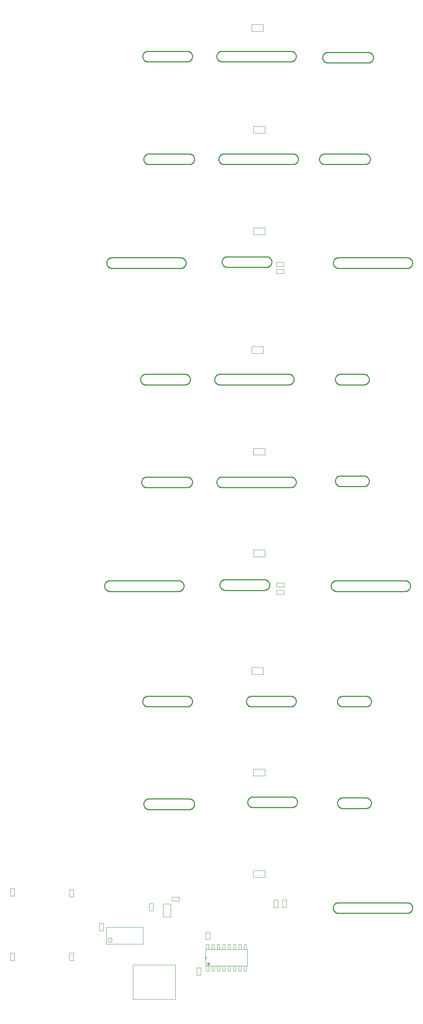
<source format=gbr>
%FSTAX23Y23*%
%MOIN*%
%SFA1B1*%

%IPPOS*%
%ADD48C,0.003000*%
%ADD57C,0.010000*%
%ADD58C,0.000000*%
%ADD59C,0.003937*%
%ADD60C,0.001000*%
%LNmain_mechanical_13-1*%
%LPD*%
G54D48*
X03054Y00604D02*
X03087Y00638D01*
Y00604D02*
X03054Y00638D01*
X03071Y00604D02*
Y00638D01*
X03087Y00621D02*
X03054D01*
G54D57*
X03899Y02124D02*
D01*
X03899Y02128*
X03899Y02131*
X03898Y02135*
X03897Y02138*
X03896Y02141*
X03895Y02144*
X03893Y02147*
X03892Y0215*
X0389Y02153*
X03887Y02156*
X03885Y02159*
X03883Y02161*
X0388Y02163*
X03877Y02165*
X03874Y02167*
X03871Y02169*
X03868Y0217*
X03865Y02171*
X03862Y02172*
X03858Y02173*
X03855Y02173*
X03851Y02174*
X0385Y02174*
Y02075D02*
D01*
X03853Y02075*
X03857Y02076*
X0386Y02076*
X03863Y02077*
X03867Y02078*
X0387Y02079*
X03873Y02081*
X03876Y02083*
X03879Y02085*
X03881Y02087*
X03884Y02089*
X03886Y02091*
X03889Y02094*
X03891Y02097*
X03892Y021*
X03894Y02103*
X03895Y02106*
X03897Y02109*
X03898Y02112*
X03898Y02116*
X03899Y02119*
X03899Y02123*
X03899Y02124*
X03486Y02174D02*
D01*
X03482Y02173*
X03479Y02173*
X03475Y02172*
X03472Y02172*
X03469Y02171*
X03466Y02169*
X03462Y02168*
X0346Y02166*
X03457Y02164*
X03454Y02162*
X03451Y0216*
X03449Y02157*
X03447Y02155*
X03445Y02152*
X03443Y02149*
X03441Y02146*
X0344Y02143*
X03439Y0214*
X03438Y02136*
X03437Y02133*
X03437Y02129*
X03436Y02126*
X03436Y02124*
D01*
X03437Y02121*
X03437Y02117*
X03437Y02114*
X03438Y02111*
X03439Y02108*
X03441Y02104*
X03442Y02101*
X03444Y02098*
X03446Y02095*
X03448Y02093*
X0345Y0209*
X03453Y02088*
X03455Y02086*
X03458Y02084*
X03461Y02082*
X03464Y0208*
X03467Y02079*
X0347Y02078*
X03474Y02077*
X03477Y02076*
X0348Y02075*
X03484Y02075*
X03486Y02075*
X04271Y03061D02*
D01*
X04271Y03057*
X04272Y03054*
X04272Y0305*
X04273Y03047*
X04274Y03044*
X04275Y03041*
X04277Y03037*
X04279Y03034*
X04281Y03032*
X04283Y03029*
X04285Y03026*
X04287Y03024*
X0429Y03022*
X04293Y0302*
X04296Y03018*
X04299Y03016*
X04302Y03015*
X04305Y03014*
X04308Y03013*
X04312Y03012*
X04315Y03012*
X04319Y03011*
X0432Y03011*
Y0311D02*
D01*
X04317Y0311*
X04314Y03109*
X0431Y03109*
X04307Y03108*
X04304Y03107*
X043Y03105*
X04297Y03104*
X04294Y03102*
X04291Y031*
X04289Y03098*
X04286Y03096*
X04284Y03093*
X04282Y03091*
X0428Y03088*
X04278Y03085*
X04276Y03082*
X04275Y03079*
X04274Y03076*
X04273Y03072*
X04272Y03069*
X04271Y03066*
X04271Y03062*
X04271Y03061*
X04537Y03011D02*
D01*
X0454Y03011*
X04544Y03012*
X04547Y03012*
X0455Y03013*
X04554Y03014*
X04557Y03016*
X0456Y03017*
X04563Y03019*
X04566Y03021*
X04569Y03023*
X04571Y03025*
X04573Y03028*
X04576Y0303*
X04578Y03033*
X0458Y03036*
X04581Y03039*
X04583Y03042*
X04584Y03045*
X04585Y03049*
X04585Y03052*
X04586Y03055*
X04586Y03059*
X04586Y03061*
D01*
X04586Y03064*
X04586Y03067*
X04585Y03071*
X04584Y03074*
X04583Y03077*
X04582Y03081*
X0458Y03084*
X04579Y03087*
X04577Y03089*
X04575Y03092*
X04572Y03095*
X0457Y03097*
X04567Y03099*
X04564Y03101*
X04562Y03103*
X04558Y03105*
X04555Y03106*
X04552Y03107*
X04549Y03108*
X04545Y03109*
X04542Y03109*
X04539Y0311*
X04537Y0311*
X0497Y01141D02*
D01*
X0497Y01145*
X04969Y01148*
X04969Y01151*
X04968Y01155*
X04967Y01158*
X04966Y01161*
X04964Y01164*
X04962Y01167*
X04961Y0117*
X04958Y01173*
X04956Y01175*
X04954Y01178*
X04951Y0118*
X04948Y01182*
X04945Y01184*
X04942Y01185*
X04939Y01187*
X04936Y01188*
X04933Y01189*
X04929Y0119*
X04926Y0119*
X04922Y0119*
X04921Y0119*
Y01092D02*
D01*
X04924Y01092*
X04928Y01092*
X04931Y01093*
X04934Y01094*
X04938Y01095*
X04941Y01096*
X04944Y01098*
X04947Y01099*
X0495Y01101*
X04952Y01104*
X04955Y01106*
X04957Y01108*
X0496Y01111*
X04962Y01114*
X04963Y01117*
X04965Y0112*
X04966Y01123*
X04968Y01126*
X04969Y01129*
X04969Y01133*
X0497Y01136*
X0497Y0114*
X0497Y01141*
X04281Y0119D02*
D01*
X04278Y0119*
X04274Y0119*
X04271Y01189*
X04267Y01189*
X04264Y01187*
X04261Y01186*
X04258Y01185*
X04255Y01183*
X04252Y01181*
X04249Y01179*
X04247Y01177*
X04244Y01174*
X04242Y01172*
X0424Y01169*
X04238Y01166*
X04237Y01163*
X04235Y0116*
X04234Y01156*
X04233Y01153*
X04233Y0115*
X04232Y01146*
X04232Y01143*
X04232Y01141*
D01*
X04232Y01138*
X04232Y01134*
X04233Y01131*
X04234Y01128*
X04235Y01124*
X04236Y01121*
X04238Y01118*
X04239Y01115*
X04241Y01112*
X04243Y0111*
X04246Y01107*
X04248Y01105*
X04251Y01102*
X04253Y011*
X04256Y01099*
X04259Y01097*
X04263Y01096*
X04266Y01094*
X04269Y01093*
X04272Y01093*
X04276Y01092*
X04279Y01092*
X04281Y01092*
X02942Y02106D02*
D01*
X02942Y02109*
X02942Y02113*
X02941Y02116*
X02941Y02119*
X02939Y02123*
X02938Y02126*
X02937Y02129*
X02935Y02132*
X02933Y02135*
X02931Y02137*
X02929Y0214*
X02926Y02142*
X02923Y02145*
X02921Y02147*
X02918Y02148*
X02915Y0215*
X02912Y02151*
X02908Y02153*
X02905Y02154*
X02902Y02154*
X02898Y02155*
X02895Y02155*
X02893Y02155*
Y02057D02*
D01*
X02897Y02057*
X029Y02057*
X02903Y02058*
X02907Y02058*
X0291Y0206*
X02913Y02061*
X02916Y02062*
X02919Y02064*
X02922Y02066*
X02925Y02068*
X02927Y0207*
X0293Y02073*
X02932Y02076*
X02934Y02078*
X02936Y02081*
X02937Y02084*
X02939Y02087*
X0294Y02091*
X02941Y02094*
X02942Y02097*
X02942Y02101*
X02942Y02104*
X02942Y02106*
X02519Y02155D02*
D01*
X02516Y02155*
X02512Y02155*
X02509Y02154*
X02506Y02153*
X02502Y02152*
X02499Y02151*
X02496Y02149*
X02493Y02148*
X0249Y02146*
X02488Y02143*
X02485Y02141*
X02483Y02139*
X0248Y02136*
X02478Y02133*
X02477Y0213*
X02475Y02127*
X02474Y02124*
X02472Y02121*
X02471Y02118*
X02471Y02114*
X0247Y02111*
X0247Y02108*
X0247Y02106*
D01*
X0247Y02102*
X0247Y02099*
X02471Y02096*
X02472Y02092*
X02473Y02089*
X02474Y02086*
X02476Y02083*
X02477Y0208*
X02479Y02077*
X02481Y02074*
X02484Y02072*
X02486Y02069*
X02489Y02067*
X02492Y02065*
X02495Y02063*
X02498Y02062*
X02501Y0206*
X02504Y02059*
X02507Y02058*
X02511Y02057*
X02514Y02057*
X02517Y02057*
X02519Y02057*
X02874Y03011D02*
D01*
X02877Y03011*
X0288Y03012*
X02884Y03012*
X02887Y03013*
X0289Y03014*
X02894Y03016*
X02897Y03017*
X029Y03019*
X02902Y03021*
X02905Y03023*
X02908Y03025*
X0291Y03028*
X02912Y0303*
X02914Y03033*
X02916Y03036*
X02918Y03039*
X02919Y03042*
X0292Y03045*
X02921Y03049*
X02922Y03052*
X02922Y03055*
X02923Y03059*
X02923Y03061*
D01*
X02923Y03064*
X02922Y03067*
X02922Y03071*
X02921Y03074*
X0292Y03077*
X02918Y03081*
X02917Y03084*
X02915Y03087*
X02913Y03089*
X02911Y03092*
X02909Y03095*
X02906Y03097*
X02904Y03099*
X02901Y03101*
X02898Y03103*
X02895Y03105*
X02892Y03106*
X02889Y03107*
X02885Y03108*
X02882Y03109*
X02879Y03109*
X02875Y0311*
X02874Y0311*
X02509D02*
D01*
X02506Y0311*
X02502Y03109*
X02499Y03109*
X02496Y03108*
X02493Y03107*
X02489Y03105*
X02486Y03104*
X02483Y03102*
X0248Y031*
X02478Y03098*
X02475Y03096*
X02473Y03093*
X02471Y03091*
X02469Y03088*
X02467Y03085*
X02465Y03082*
X02464Y03079*
X02463Y03076*
X02462Y03072*
X02461Y03069*
X0246Y03066*
X0246Y03062*
X0246Y03061*
D01*
X0246Y03057*
X02461Y03054*
X02461Y0305*
X02462Y03047*
X02463Y03044*
X02464Y03041*
X02466Y03037*
X02468Y03034*
X0247Y03032*
X02472Y03029*
X02474Y03026*
X02476Y03024*
X02479Y03022*
X02482Y0302*
X02485Y03018*
X02488Y03016*
X02491Y03015*
X02494Y03014*
X02497Y03013*
X02501Y03012*
X02504Y03012*
X02508Y03011*
X02509Y03011*
X03425Y03061D02*
D01*
X03425Y03057*
X03425Y03054*
X03426Y0305*
X03427Y03047*
X03428Y03044*
X03429Y03041*
X0343Y03037*
X03432Y03034*
X03434Y03032*
X03436Y03029*
X03439Y03026*
X03441Y03024*
X03444Y03022*
X03446Y0302*
X03449Y03018*
X03452Y03016*
X03455Y03015*
X03459Y03014*
X03462Y03013*
X03465Y03012*
X03469Y03012*
X03472Y03011*
X03474Y03011*
Y0311D02*
D01*
X0347Y0311*
X03467Y03109*
X03464Y03109*
X0346Y03108*
X03457Y03107*
X03454Y03105*
X03451Y03104*
X03448Y03102*
X03445Y031*
X03442Y03098*
X0344Y03096*
X03437Y03093*
X03435Y03091*
X03433Y03088*
X03431Y03085*
X0343Y03082*
X03428Y03079*
X03427Y03076*
X03426Y03072*
X03425Y03069*
X03425Y03066*
X03425Y03062*
X03425Y03061*
X03838Y03011D02*
D01*
X03842Y03011*
X03845Y03012*
X03848Y03012*
X03852Y03013*
X03855Y03014*
X03858Y03016*
X03861Y03017*
X03864Y03019*
X03867Y03021*
X0387Y03023*
X03872Y03025*
X03875Y03028*
X03877Y0303*
X03879Y03033*
X03881Y03036*
X03882Y03039*
X03884Y03042*
X03885Y03045*
X03886Y03049*
X03887Y03052*
X03887Y03055*
X03887Y03059*
X03887Y03061*
D01*
X03887Y03064*
X03887Y03067*
X03886Y03071*
X03885Y03074*
X03884Y03077*
X03883Y03081*
X03882Y03084*
X0388Y03087*
X03878Y03089*
X03876Y03092*
X03873Y03095*
X03871Y03097*
X03868Y03099*
X03866Y03101*
X03863Y03103*
X0386Y03105*
X03857Y03106*
X03853Y03107*
X0385Y03108*
X03847Y03109*
X03843Y03109*
X0384Y0311*
X03838Y0311*
X04586Y02116D02*
D01*
X04586Y02119*
X04586Y02122*
X04585Y02126*
X04584Y02129*
X04583Y02132*
X04582Y02136*
X0458Y02139*
X04579Y02142*
X04577Y02145*
X04575Y02147*
X04572Y0215*
X0457Y02152*
X04567Y02154*
X04564Y02156*
X04562Y02158*
X04558Y0216*
X04555Y02161*
X04552Y02162*
X04549Y02163*
X04545Y02164*
X04542Y02165*
X04539Y02165*
X04537Y02165*
Y02066D02*
D01*
X0454Y02067*
X04544Y02067*
X04547Y02068*
X0455Y02068*
X04554Y02069*
X04557Y02071*
X0456Y02072*
X04563Y02074*
X04566Y02076*
X04569Y02078*
X04571Y0208*
X04573Y02083*
X04576Y02085*
X04578Y02088*
X0458Y02091*
X04581Y02094*
X04583Y02097*
X04584Y021*
X04585Y02104*
X04585Y02107*
X04586Y0211*
X04586Y02114*
X04586Y02116*
X0432Y02165D02*
D01*
X04317Y02165*
X04314Y02164*
X0431Y02164*
X04307Y02163*
X04304Y02162*
X043Y02161*
X04297Y02159*
X04294Y02157*
X04291Y02155*
X04289Y02153*
X04286Y02151*
X04284Y02149*
X04282Y02146*
X0428Y02143*
X04278Y0214*
X04276Y02137*
X04275Y02134*
X04274Y02131*
X04273Y02128*
X04272Y02124*
X04271Y02121*
X04271Y02117*
X04271Y02116*
D01*
X04271Y02112*
X04272Y02109*
X04272Y02105*
X04273Y02102*
X04274Y02099*
X04275Y02096*
X04277Y02093*
X04279Y0209*
X04281Y02087*
X04283Y02084*
X04285Y02081*
X04287Y02079*
X0429Y02077*
X04293Y02075*
X04296Y02073*
X04299Y02071*
X04302Y0207*
X04305Y02069*
X04308Y02068*
X04312Y02067*
X04315Y02067*
X04319Y02066*
X0432Y02066*
X03228Y04192D02*
D01*
X03224Y04192*
X03221Y04192*
X03218Y04191*
X03214Y04191*
X03211Y04189*
X03208Y04188*
X03205Y04187*
X03202Y04185*
X03199Y04183*
X03196Y04181*
X03194Y04179*
X03191Y04176*
X03189Y04173*
X03187Y04171*
X03185Y04168*
X03184Y04165*
X03182Y04162*
X03181Y04158*
X0318Y04155*
X03179Y04152*
X03179Y04148*
X03179Y04145*
X03179Y04143*
D01*
X03179Y0414*
X03179Y04136*
X0318Y04133*
X03181Y0413*
X03182Y04126*
X03183Y04123*
X03184Y0412*
X03186Y04117*
X03188Y04114*
X0319Y04112*
X03192Y04109*
X03195Y04107*
X03198Y04104*
X032Y04102*
X03203Y04101*
X03206Y04099*
X03209Y04098*
X03213Y04096*
X03216Y04095*
X03219Y04095*
X03223Y04094*
X03226Y04094*
X03228Y04094*
X04251Y05108D02*
D01*
X04252Y05104*
X04252Y05101*
X04253Y05098*
X04253Y05094*
X04254Y05091*
X04256Y05088*
X04257Y05085*
X04259Y05082*
X04261Y05079*
X04263Y05076*
X04265Y05074*
X04268Y05071*
X0427Y05069*
X04273Y05067*
X04276Y05065*
X04279Y05064*
X04282Y05062*
X04285Y05061*
X04289Y0506*
X04292Y05059*
X04296Y05059*
X04299Y05059*
X04301Y05059*
Y05157D02*
D01*
X04297Y05157*
X04294Y05157*
X0429Y05156*
X04287Y05155*
X04284Y05154*
X04281Y05153*
X04278Y05151*
X04275Y0515*
X04272Y05148*
X04269Y05145*
X04266Y05143*
X04264Y05141*
X04262Y05138*
X0426Y05135*
X04258Y05132*
X04256Y05129*
X04255Y05126*
X04254Y05123*
X04253Y0512*
X04252Y05116*
X04252Y05113*
X04251Y05109*
X04251Y05108*
X04517Y05059D02*
D01*
X04521Y05059*
X04524Y05059*
X04527Y0506*
X04531Y0506*
X04534Y05062*
X04537Y05063*
X0454Y05064*
X04543Y05066*
X04546Y05068*
X04549Y0507*
X04551Y05072*
X04554Y05075*
X04556Y05077*
X04558Y0508*
X0456Y05083*
X04561Y05086*
X04563Y05089*
X04564Y05093*
X04565Y05096*
X04566Y05099*
X04566Y05103*
X04566Y05106*
X04566Y05108*
D01*
X04566Y05111*
X04566Y05115*
X04565Y05118*
X04565Y05121*
X04563Y05125*
X04562Y05128*
X04561Y05131*
X04559Y05134*
X04557Y05137*
X04555Y05139*
X04553Y05142*
X0455Y05144*
X04548Y05147*
X04545Y05149*
X04542Y0515*
X04539Y05152*
X04536Y05153*
X04532Y05155*
X04529Y05156*
X04526Y05156*
X04522Y05157*
X04519Y05157*
X04517Y05157*
X03868Y06053D02*
D01*
X03867Y06056*
X03867Y06059*
X03867Y06063*
X03866Y06066*
X03865Y06069*
X03863Y06073*
X03862Y06076*
X0386Y06079*
X03858Y06082*
X03856Y06084*
X03854Y06087*
X03851Y06089*
X03849Y06091*
X03846Y06093*
X03843Y06095*
X0384Y06097*
X03837Y06098*
X03834Y06099*
X0383Y061*
X03827Y06101*
X03824Y06102*
X0382Y06102*
X03818Y06102*
Y06003D02*
D01*
X03822Y06004*
X03825Y06004*
X03829Y06005*
X03832Y06005*
X03835Y06006*
X03838Y06008*
X03842Y06009*
X03844Y06011*
X03847Y06013*
X0385Y06015*
X03853Y06017*
X03855Y0602*
X03857Y06022*
X03859Y06025*
X03861Y06028*
X03863Y06031*
X03864Y06034*
X03865Y06037*
X03866Y06041*
X03867Y06044*
X03867Y06048*
X03868Y06051*
X03868Y06053*
X03179Y06102D02*
D01*
X03175Y06102*
X03172Y06101*
X03168Y06101*
X03165Y061*
X03162Y06099*
X03159Y06098*
X03156Y06096*
X03153Y06094*
X0315Y06092*
X03147Y0609*
X03144Y06088*
X03142Y06086*
X0314Y06083*
X03138Y0608*
X03136Y06077*
X03134Y06074*
X03133Y06071*
X03132Y06068*
X03131Y06065*
X0313Y06061*
X0313Y06058*
X03129Y06054*
X03129Y06053*
D01*
X0313Y06049*
X0313Y06046*
X0313Y06042*
X03131Y06039*
X03132Y06036*
X03134Y06033*
X03135Y0603*
X03137Y06027*
X03139Y06024*
X03141Y06021*
X03143Y06018*
X03146Y06016*
X03148Y06014*
X03151Y06012*
X03154Y0601*
X03157Y06008*
X0316Y06007*
X03163Y06006*
X03167Y06005*
X0317Y06004*
X03173Y06004*
X03177Y06003*
X03179Y06003*
X0244Y06053D02*
D01*
X02441Y06049*
X02441Y06046*
X02442Y06042*
X02442Y06039*
X02443Y06036*
X02445Y06033*
X02446Y0603*
X02448Y06027*
X0245Y06024*
X02452Y06021*
X02454Y06018*
X02457Y06016*
X02459Y06014*
X02462Y06012*
X02465Y0601*
X02468Y06008*
X02471Y06007*
X02474Y06006*
X02478Y06005*
X02481Y06004*
X02485Y06004*
X02488Y06003*
X0249Y06003*
Y06102D02*
D01*
X02486Y06102*
X02483Y06101*
X02479Y06101*
X02476Y061*
X02473Y06099*
X0247Y06098*
X02467Y06096*
X02464Y06094*
X02461Y06092*
X02458Y0609*
X02455Y06088*
X02453Y06086*
X02451Y06083*
X02449Y0608*
X02447Y06077*
X02445Y06074*
X02444Y06071*
X02443Y06068*
X02442Y06065*
X02441Y06061*
X02441Y06058*
X0244Y06054*
X0244Y06053*
X02903D02*
D01*
X02903Y06056*
X02903Y06059*
X02902Y06063*
X02901Y06066*
X029Y06069*
X02899Y06073*
X02897Y06076*
X02896Y06079*
X02894Y06082*
X02892Y06084*
X02889Y06087*
X02887Y06089*
X02884Y06091*
X02881Y06093*
X02878Y06095*
X02875Y06097*
X02872Y06098*
X02869Y06099*
X02866Y061*
X02862Y06101*
X02859Y06102*
X02856Y06102*
X02854Y06102*
Y06003D02*
D01*
X02857Y06004*
X02861Y06004*
X02864Y06005*
X02867Y06005*
X02871Y06006*
X02874Y06008*
X02877Y06009*
X0288Y06011*
X02883Y06013*
X02885Y06015*
X02888Y06017*
X0289Y0602*
X02893Y06022*
X02895Y06025*
X02896Y06028*
X02898Y06031*
X02899Y06034*
X02901Y06037*
X02902Y06041*
X02902Y06044*
X02903Y06048*
X02903Y06051*
X02903Y06053*
X03149Y05098D02*
D01*
X03149Y05094*
X0315Y05091*
X0315Y05088*
X03151Y05084*
X03152Y05081*
X03153Y05078*
X03155Y05075*
X03157Y05072*
X03159Y05069*
X03161Y05066*
X03163Y05064*
X03165Y05061*
X03168Y05059*
X03171Y05057*
X03174Y05055*
X03177Y05054*
X0318Y05052*
X03183Y05051*
X03186Y0505*
X0319Y05049*
X03193Y05049*
X03197Y05049*
X03198Y05049*
Y05147D02*
D01*
X03195Y05147*
X03191Y05147*
X03188Y05146*
X03185Y05145*
X03181Y05144*
X03178Y05143*
X03175Y05141*
X03172Y0514*
X03169Y05138*
X03167Y05136*
X03164Y05133*
X03162Y05131*
X0316Y05128*
X03158Y05125*
X03156Y05123*
X03154Y05119*
X03153Y05116*
X03152Y05113*
X03151Y0511*
X0315Y05106*
X03149Y05103*
X03149Y051*
X03149Y05098*
X03838Y05049D02*
D01*
X03842Y05049*
X03845Y05049*
X03848Y0505*
X03852Y05051*
X03855Y05052*
X03858Y05053*
X03861Y05054*
X03864Y05056*
X03867Y05058*
X0387Y0506*
X03872Y05063*
X03875Y05065*
X03877Y05068*
X03879Y0507*
X03881Y05073*
X03882Y05076*
X03884Y05079*
X03885Y05083*
X03886Y05086*
X03887Y05089*
X03887Y05093*
X03887Y05096*
X03887Y05098*
D01*
X03887Y05101*
X03887Y05105*
X03886Y05108*
X03885Y05111*
X03884Y05115*
X03883Y05118*
X03882Y05121*
X0388Y05124*
X03878Y05127*
X03876Y0513*
X03873Y05132*
X03871Y05134*
X03868Y05137*
X03866Y05139*
X03863Y05141*
X0386Y05142*
X03857Y05144*
X03853Y05145*
X0385Y05146*
X03847Y05146*
X03843Y05147*
X0384Y05147*
X03838Y05147*
X0245Y05098D02*
D01*
X0245Y05094*
X02451Y05091*
X02451Y05088*
X02452Y05084*
X02453Y05081*
X02455Y05078*
X02456Y05075*
X02458Y05072*
X0246Y05069*
X02462Y05066*
X02464Y05064*
X02467Y05061*
X02469Y05059*
X02472Y05057*
X02475Y05055*
X02478Y05054*
X02481Y05052*
X02484Y05051*
X02488Y0505*
X02491Y05049*
X02494Y05049*
X02498Y05049*
X025Y05049*
Y05147D02*
D01*
X02496Y05147*
X02493Y05147*
X02489Y05146*
X02486Y05145*
X02483Y05144*
X02479Y05143*
X02476Y05141*
X02473Y0514*
X02471Y05138*
X02468Y05136*
X02465Y05133*
X02463Y05131*
X02461Y05128*
X02459Y05125*
X02457Y05123*
X02455Y05119*
X02454Y05116*
X02453Y05113*
X02452Y0511*
X02451Y05106*
X02451Y05103*
X0245Y051*
X0245Y05098*
X02874Y05049D02*
D01*
X02877Y05049*
X0288Y05049*
X02884Y0505*
X02887Y05051*
X0289Y05052*
X02894Y05053*
X02897Y05054*
X029Y05056*
X02902Y05058*
X02905Y0506*
X02908Y05063*
X0291Y05065*
X02912Y05068*
X02914Y0507*
X02916Y05073*
X02918Y05076*
X02919Y05079*
X0292Y05083*
X02921Y05086*
X02922Y05089*
X02922Y05093*
X02923Y05096*
X02923Y05098*
D01*
X02923Y05101*
X02922Y05105*
X02922Y05108*
X02921Y05111*
X0292Y05115*
X02918Y05118*
X02917Y05121*
X02915Y05124*
X02913Y05127*
X02911Y0513*
X02909Y05132*
X02906Y05134*
X02904Y05137*
X02901Y05139*
X02898Y05141*
X02895Y05142*
X02892Y05144*
X02889Y05145*
X02885Y05146*
X02882Y05146*
X02879Y05147*
X02875Y05147*
X02874Y05147*
X02844Y04133D02*
D01*
X02844Y04137*
X02844Y0414*
X02843Y04144*
X02842Y04147*
X02841Y0415*
X0284Y04153*
X02838Y04156*
X02837Y04159*
X02835Y04162*
X02832Y04165*
X0283Y04168*
X02828Y0417*
X02825Y04172*
X02822Y04174*
X02819Y04176*
X02816Y04178*
X02813Y04179*
X0281Y0418*
X02807Y04181*
X02803Y04182*
X028Y04182*
X02796Y04183*
X02795Y04183*
Y04084D02*
D01*
X02798Y04084*
X02802Y04085*
X02805Y04085*
X02808Y04086*
X02812Y04087*
X02815Y04088*
X02818Y0409*
X02821Y04092*
X02824Y04094*
X02826Y04096*
X02829Y04098*
X02831Y041*
X02834Y04103*
X02836Y04106*
X02837Y04109*
X02839Y04112*
X0284Y04115*
X02842Y04118*
X02843Y04121*
X02843Y04125*
X02844Y04128*
X02844Y04132*
X02844Y04133*
X02155Y04183D02*
D01*
X02152Y04182*
X02148Y04182*
X02145Y04181*
X02141Y04181*
X02138Y0418*
X02135Y04178*
X02132Y04177*
X02129Y04175*
X02126Y04173*
X02123Y04171*
X02121Y04169*
X02118Y04166*
X02116Y04164*
X02114Y04161*
X02112Y04158*
X02111Y04155*
X02109Y04152*
X02108Y04149*
X02107Y04145*
X02107Y04142*
X02106Y04139*
X02106Y04135*
X02106Y04133*
D01*
X02106Y0413*
X02106Y04127*
X02107Y04123*
X02108Y0412*
X02109Y04117*
X0211Y04113*
X02112Y0411*
X02113Y04107*
X02115Y04104*
X02117Y04102*
X0212Y04099*
X02122Y04097*
X02125Y04095*
X02127Y04093*
X0213Y04091*
X02133Y04089*
X02137Y04088*
X0214Y04087*
X02143Y04086*
X02146Y04085*
X0215Y04084*
X02153Y04084*
X02155Y04084*
X03641Y04143D02*
D01*
X03641Y04147*
X03641Y0415*
X0364Y04153*
X03639Y04157*
X03638Y0416*
X03637Y04163*
X03635Y04166*
X03634Y04169*
X03632Y04172*
X0363Y04175*
X03627Y04177*
X03625Y0418*
X03622Y04182*
X0362Y04184*
X03617Y04186*
X03614Y04187*
X0361Y04189*
X03607Y0419*
X03604Y04191*
X03601Y04192*
X03597Y04192*
X03594Y04192*
X03592Y04192*
Y04094D02*
D01*
X03595Y04094*
X03599Y04094*
X03602Y04095*
X03606Y04096*
X03609Y04097*
X03612Y04098*
X03615Y041*
X03618Y04101*
X03621Y04103*
X03624Y04106*
X03626Y04108*
X03629Y0411*
X03631Y04113*
X03633Y04116*
X03635Y04119*
X03636Y04122*
X03638Y04125*
X03639Y04128*
X0364Y04131*
X0364Y04135*
X03641Y04138*
X03641Y04141*
X03641Y04143*
X04212Y04133D02*
D01*
X04212Y0413*
X04213Y04127*
X04213Y04123*
X04214Y0412*
X04215Y04117*
X04216Y04113*
X04218Y0411*
X0422Y04107*
X04221Y04104*
X04224Y04102*
X04226Y04099*
X04228Y04097*
X04231Y04095*
X04234Y04093*
X04237Y04091*
X0424Y04089*
X04243Y04088*
X04246Y04087*
X04249Y04086*
X04253Y04085*
X04256Y04084*
X0426Y04084*
X04261Y04084*
Y04183D02*
D01*
X04258Y04182*
X04254Y04182*
X04251Y04181*
X04248Y04181*
X04244Y0418*
X04241Y04178*
X04238Y04177*
X04235Y04175*
X04232Y04173*
X0423Y04171*
X04227Y04169*
X04225Y04166*
X04223Y04164*
X04221Y04161*
X04219Y04158*
X04217Y04155*
X04216Y04152*
X04215Y04149*
X04214Y04145*
X04213Y04142*
X04212Y04139*
X04212Y04135*
X04212Y04133*
X04901Y04084D02*
D01*
X04905Y04084*
X04908Y04085*
X04911Y04085*
X04915Y04086*
X04918Y04087*
X04921Y04088*
X04924Y0409*
X04927Y04092*
X0493Y04094*
X04933Y04096*
X04935Y04098*
X04938Y041*
X0494Y04103*
X04942Y04106*
X04944Y04109*
X04945Y04112*
X04947Y04115*
X04948Y04118*
X04949Y04121*
X0495Y04125*
X0495Y04128*
X0495Y04132*
X0495Y04133*
D01*
X0495Y04137*
X0495Y0414*
X04949Y04144*
X04948Y04147*
X04947Y0415*
X04946Y04153*
X04945Y04156*
X04943Y04159*
X04941Y04162*
X04939Y04165*
X04936Y04168*
X04934Y0417*
X04931Y04172*
X04929Y04174*
X04926Y04176*
X04923Y04178*
X0492Y04179*
X04916Y0418*
X04913Y04181*
X0491Y04182*
X04906Y04182*
X04903Y04183*
X04901Y04183*
X04566Y06053D02*
D01*
X04566Y06056*
X04566Y06059*
X04565Y06063*
X04565Y06066*
X04563Y06069*
X04562Y06073*
X04561Y06076*
X04559Y06079*
X04557Y06082*
X04555Y06084*
X04553Y06087*
X0455Y06089*
X04548Y06091*
X04545Y06093*
X04542Y06095*
X04539Y06097*
X04536Y06098*
X04532Y06099*
X04529Y061*
X04526Y06101*
X04522Y06102*
X04519Y06102*
X04517Y06102*
Y06003D02*
D01*
X04521Y06004*
X04524Y06004*
X04527Y06005*
X04531Y06005*
X04534Y06006*
X04537Y06008*
X0454Y06009*
X04543Y06011*
X04546Y06013*
X04549Y06015*
X04551Y06017*
X04554Y0602*
X04556Y06022*
X04558Y06025*
X0456Y06028*
X04561Y06031*
X04563Y06034*
X04564Y06037*
X04565Y06041*
X04566Y06044*
X04566Y06048*
X04566Y06051*
X04566Y06053*
X04301Y06102D02*
D01*
X04297Y06102*
X04294Y06101*
X0429Y06101*
X04287Y061*
X04284Y06099*
X04281Y06098*
X04278Y06096*
X04275Y06094*
X04272Y06092*
X04269Y0609*
X04266Y06088*
X04264Y06086*
X04262Y06083*
X0426Y0608*
X04258Y06077*
X04256Y06074*
X04255Y06071*
X04254Y06068*
X04253Y06065*
X04252Y06061*
X04252Y06058*
X04251Y06054*
X04251Y06053*
D01*
X04252Y06049*
X04252Y06046*
X04253Y06042*
X04253Y06039*
X04254Y06036*
X04256Y06033*
X04257Y0603*
X04259Y06027*
X04261Y06024*
X04263Y06021*
X04265Y06018*
X04268Y06016*
X0427Y06014*
X04273Y06012*
X04276Y0601*
X04279Y06008*
X04282Y06007*
X04285Y06006*
X04289Y06005*
X04292Y06004*
X04296Y06004*
X04299Y06003*
X04301Y06003*
X04133Y09045D02*
D01*
X04133Y09041*
X04134Y09038*
X04134Y09035*
X04135Y09031*
X04136Y09028*
X04138Y09025*
X04139Y09022*
X04141Y09019*
X04143Y09016*
X04145Y09013*
X04147Y09011*
X0415Y09008*
X04152Y09006*
X04155Y09004*
X04158Y09002*
X04161Y09001*
X04164Y08999*
X04167Y08998*
X04171Y08997*
X04174Y08996*
X04177Y08996*
X04181Y08996*
X04183Y08996*
Y09094D02*
D01*
X04179Y09094*
X04176Y09094*
X04172Y09093*
X04169Y09092*
X04166Y09091*
X04163Y0909*
X04159Y09088*
X04156Y09087*
X04154Y09085*
X04151Y09082*
X04148Y0908*
X04146Y09078*
X04144Y09075*
X04142Y09072*
X0414Y09069*
X04138Y09066*
X04137Y09063*
X04136Y0906*
X04135Y09057*
X04134Y09053*
X04134Y0905*
X04133Y09046*
X04133Y09045*
X04557Y08996D02*
D01*
X0456Y08996*
X04563Y08996*
X04567Y08997*
X0457Y08997*
X04573Y08999*
X04577Y09*
X0458Y09001*
X04583Y09003*
X04586Y09005*
X04588Y09007*
X04591Y09009*
X04593Y09012*
X04595Y09014*
X04597Y09017*
X04599Y0902*
X04601Y09023*
X04602Y09026*
X04603Y0903*
X04604Y09033*
X04605Y09036*
X04606Y0904*
X04606Y09043*
X04606Y09045*
D01*
X04606Y09048*
X04605Y09052*
X04605Y09055*
X04604Y09058*
X04603Y09062*
X04602Y09065*
X046Y09068*
X04598Y09071*
X04596Y09074*
X04594Y09076*
X04592Y09079*
X0459Y09081*
X04587Y09084*
X04584Y09086*
X04581Y09087*
X04578Y09089*
X04575Y0909*
X04572Y09092*
X04568Y09093*
X04565Y09093*
X04562Y09094*
X04558Y09094*
X04557Y09094*
X04104Y081D02*
D01*
X04104Y08096*
X04104Y08093*
X04105Y0809*
X04106Y08086*
X04107Y08083*
X04108Y0808*
X0411Y08077*
X04111Y08074*
X04113Y08071*
X04115Y08068*
X04118Y08066*
X0412Y08063*
X04123Y08061*
X04126Y08059*
X04128Y08057*
X04131Y08056*
X04135Y08054*
X04138Y08053*
X04141Y08052*
X04144Y08051*
X04148Y08051*
X04151Y08051*
X04153Y08051*
Y08149D02*
D01*
X0415Y08149*
X04146Y08149*
X04143Y08148*
X04139Y08147*
X04136Y08146*
X04133Y08145*
X0413Y08143*
X04127Y08142*
X04124Y0814*
X04121Y08138*
X04119Y08135*
X04116Y08133*
X04114Y0813*
X04112Y08127*
X0411Y08125*
X04109Y08121*
X04107Y08118*
X04106Y08115*
X04105Y08112*
X04105Y08108*
X04104Y08105*
X04104Y08102*
X04104Y081*
X04527Y08051D02*
D01*
X0453Y08051*
X04534Y08051*
X04537Y08052*
X04541Y08053*
X04544Y08054*
X04547Y08055*
X0455Y08056*
X04553Y08058*
X04556Y0806*
X04559Y08062*
X04561Y08064*
X04564Y08067*
X04566Y0807*
X04568Y08072*
X0457Y08075*
X04571Y08078*
X04573Y08081*
X04574Y08085*
X04575Y08088*
X04576Y08091*
X04576Y08095*
X04576Y08098*
X04576Y081*
D01*
X04576Y08103*
X04576Y08107*
X04575Y0811*
X04574Y08113*
X04573Y08117*
X04572Y0812*
X04571Y08123*
X04569Y08126*
X04567Y08129*
X04565Y08132*
X04562Y08134*
X0456Y08136*
X04557Y08139*
X04555Y08141*
X04552Y08143*
X04549Y08144*
X04545Y08146*
X04542Y08147*
X04539Y08148*
X04536Y08148*
X04532Y08149*
X04529Y08149*
X04527Y08149*
X0497Y07135D02*
D01*
X0497Y07139*
X04969Y07142*
X04969Y07146*
X04968Y07149*
X04967Y07152*
X04966Y07155*
X04964Y07158*
X04962Y07161*
X04961Y07164*
X04958Y07167*
X04956Y0717*
X04954Y07172*
X04951Y07174*
X04948Y07176*
X04945Y07178*
X04942Y0718*
X04939Y07181*
X04936Y07182*
X04933Y07183*
X04929Y07184*
X04926Y07184*
X04922Y07185*
X04921Y07185*
Y07086D02*
D01*
X04924Y07086*
X04928Y07087*
X04931Y07087*
X04934Y07088*
X04938Y07089*
X04941Y0709*
X04944Y07092*
X04947Y07094*
X0495Y07096*
X04952Y07098*
X04955Y071*
X04957Y07102*
X0496Y07105*
X04962Y07108*
X04963Y07111*
X04965Y07114*
X04966Y07117*
X04968Y0712*
X04969Y07123*
X04969Y07127*
X0497Y0713*
X0497Y07134*
X0497Y07135*
X04281Y07185D02*
D01*
X04278Y07184*
X04274Y07184*
X04271Y07183*
X04267Y07183*
X04264Y07182*
X04261Y0718*
X04258Y07179*
X04255Y07177*
X04252Y07175*
X04249Y07173*
X04247Y07171*
X04244Y07168*
X04242Y07166*
X0424Y07163*
X04238Y0716*
X04237Y07157*
X04235Y07154*
X04234Y07151*
X04233Y07147*
X04233Y07144*
X04232Y0714*
X04232Y07137*
X04232Y07135*
D01*
X04232Y07132*
X04232Y07128*
X04233Y07125*
X04234Y07122*
X04235Y07118*
X04236Y07115*
X04238Y07112*
X04239Y07109*
X04241Y07106*
X04243Y07104*
X04246Y07101*
X04248Y07099*
X04251Y07097*
X04253Y07095*
X04256Y07093*
X04259Y07091*
X04263Y0709*
X04266Y07089*
X04269Y07088*
X04272Y07087*
X04276Y07086*
X04279Y07086*
X04281Y07086*
X03198Y07145D02*
D01*
X03198Y07142*
X03199Y07138*
X03199Y07135*
X032Y07132*
X03201Y07128*
X03203Y07125*
X03204Y07122*
X03206Y07119*
X03208Y07116*
X0321Y07114*
X03212Y07111*
X03215Y07109*
X03217Y07106*
X0322Y07104*
X03223Y07103*
X03226Y07101*
X03229Y071*
X03232Y07098*
X03236Y07097*
X03239Y07097*
X03242Y07096*
X03246Y07096*
X03248Y07096*
Y07194D02*
D01*
X03244Y07194*
X03241Y07194*
X03237Y07193*
X03234Y07192*
X03231Y07191*
X03228Y0719*
X03224Y07189*
X03221Y07187*
X03219Y07185*
X03216Y07183*
X03213Y07181*
X03211Y07178*
X03209Y07175*
X03207Y07173*
X03205Y0717*
X03203Y07167*
X03202Y07164*
X03201Y0716*
X032Y07157*
X03199Y07154*
X03199Y0715*
X03198Y07147*
X03198Y07145*
X03612Y07096D02*
D01*
X03615Y07096*
X03619Y07096*
X03622Y07097*
X03625Y07098*
X03629Y07099*
X03632Y071*
X03635Y07102*
X03638Y07103*
X03641Y07105*
X03643Y07107*
X03646Y0711*
X03648Y07112*
X0365Y07115*
X03653Y07118*
X03654Y07121*
X03656Y07124*
X03657Y07127*
X03659Y0713*
X03659Y07133*
X0366Y07137*
X03661Y0714*
X03661Y07143*
X03661Y07145*
D01*
X03661Y07149*
X0366Y07152*
X0366Y07155*
X03659Y07159*
X03658Y07162*
X03657Y07165*
X03655Y07168*
X03653Y07171*
X03652Y07174*
X03649Y07177*
X03647Y07179*
X03645Y07182*
X03642Y07184*
X03639Y07186*
X03636Y07188*
X03633Y07189*
X0363Y07191*
X03627Y07192*
X03624Y07193*
X0362Y07194*
X03617Y07194*
X03613Y07194*
X03612Y07194*
X02125Y07135D02*
D01*
X02126Y07132*
X02126Y07128*
X02127Y07125*
X02127Y07122*
X02128Y07118*
X0213Y07115*
X02131Y07112*
X02133Y07109*
X02135Y07106*
X02137Y07104*
X02139Y07101*
X02142Y07099*
X02144Y07097*
X02147Y07095*
X0215Y07093*
X02153Y07091*
X02156Y0709*
X02159Y07089*
X02163Y07088*
X02166Y07087*
X0217Y07086*
X02173Y07086*
X02175Y07086*
Y07185D02*
D01*
X02171Y07184*
X02168Y07184*
X02164Y07183*
X02161Y07183*
X02158Y07182*
X02155Y0718*
X02152Y07179*
X02149Y07177*
X02146Y07175*
X02143Y07173*
X02141Y07171*
X02138Y07168*
X02136Y07166*
X02134Y07163*
X02132Y0716*
X0213Y07157*
X02129Y07154*
X02128Y07151*
X02127Y07147*
X02126Y07144*
X02126Y0714*
X02126Y07137*
X02125Y07135*
X02814Y07086D02*
D01*
X02818Y07086*
X02821Y07087*
X02825Y07087*
X02828Y07088*
X02831Y07089*
X02834Y0709*
X02838Y07092*
X02841Y07094*
X02843Y07096*
X02846Y07098*
X02849Y071*
X02851Y07102*
X02853Y07105*
X02855Y07108*
X02857Y07111*
X02859Y07114*
X0286Y07117*
X02861Y0712*
X02862Y07123*
X02863Y07127*
X02863Y0713*
X02864Y07134*
X02864Y07135*
D01*
X02864Y07139*
X02863Y07142*
X02863Y07146*
X02862Y07149*
X02861Y07152*
X02859Y07155*
X02858Y07158*
X02856Y07161*
X02854Y07164*
X02852Y07167*
X0285Y0717*
X02847Y07172*
X02845Y07174*
X02842Y07176*
X02839Y07178*
X02836Y0718*
X02833Y07181*
X0283Y07182*
X02826Y07183*
X02823Y07184*
X0282Y07184*
X02816Y07185*
X02814Y07185*
X02942Y081D02*
D01*
X02942Y08103*
X02942Y08107*
X02941Y0811*
X02941Y08113*
X02939Y08117*
X02938Y0812*
X02937Y08123*
X02935Y08126*
X02933Y08129*
X02931Y08132*
X02929Y08134*
X02926Y08136*
X02923Y08139*
X02921Y08141*
X02918Y08143*
X02915Y08144*
X02912Y08146*
X02908Y08147*
X02905Y08148*
X02902Y08148*
X02898Y08149*
X02895Y08149*
X02893Y08149*
Y08051D02*
D01*
X02897Y08051*
X029Y08051*
X02903Y08052*
X02907Y08053*
X0291Y08054*
X02913Y08055*
X02916Y08056*
X02919Y08058*
X02922Y0806*
X02925Y08062*
X02927Y08064*
X0293Y08067*
X02932Y0807*
X02934Y08072*
X02936Y08075*
X02937Y08078*
X02939Y08081*
X0294Y08085*
X02941Y08088*
X02942Y08091*
X02942Y08095*
X02942Y08098*
X02942Y081*
X02519Y08149D02*
D01*
X02516Y08149*
X02512Y08149*
X02509Y08148*
X02506Y08147*
X02502Y08146*
X02499Y08145*
X02496Y08143*
X02493Y08142*
X0249Y0814*
X02488Y08138*
X02485Y08135*
X02483Y08133*
X0248Y0813*
X02478Y08127*
X02477Y08125*
X02475Y08121*
X02474Y08118*
X02472Y08115*
X02471Y08112*
X02471Y08108*
X0247Y08105*
X0247Y08102*
X0247Y081*
D01*
X0247Y08096*
X0247Y08093*
X02471Y0809*
X02472Y08086*
X02473Y08083*
X02474Y0808*
X02476Y08077*
X02477Y08074*
X02479Y08071*
X02481Y08068*
X02484Y08066*
X02486Y08063*
X02489Y08061*
X02492Y08059*
X02495Y08057*
X02498Y08056*
X02501Y08054*
X02504Y08053*
X02507Y08052*
X02511Y08051*
X02514Y08051*
X02517Y08051*
X02519Y08051*
X03907Y081D02*
D01*
X03907Y08103*
X03907Y08107*
X03906Y0811*
X03905Y08113*
X03904Y08117*
X03903Y0812*
X03901Y08123*
X039Y08126*
X03898Y08129*
X03895Y08132*
X03893Y08134*
X03891Y08136*
X03888Y08139*
X03885Y08141*
X03882Y08143*
X03879Y08144*
X03876Y08146*
X03873Y08147*
X0387Y08148*
X03866Y08148*
X03863Y08149*
X03859Y08149*
X03858Y08149*
Y08051D02*
D01*
X03861Y08051*
X03865Y08051*
X03868Y08052*
X03871Y08053*
X03875Y08054*
X03878Y08055*
X03881Y08056*
X03884Y08058*
X03887Y0806*
X03889Y08062*
X03892Y08064*
X03894Y08067*
X03897Y0807*
X03899Y08072*
X039Y08075*
X03902Y08078*
X03903Y08081*
X03905Y08085*
X03906Y08088*
X03906Y08091*
X03907Y08095*
X03907Y08098*
X03907Y081*
X03218Y08149D02*
D01*
X03215Y08149*
X03211Y08149*
X03208Y08148*
X03204Y08147*
X03201Y08146*
X03198Y08145*
X03195Y08143*
X03192Y08142*
X03189Y0814*
X03186Y08138*
X03184Y08135*
X03181Y08133*
X03179Y0813*
X03177Y08127*
X03175Y08125*
X03174Y08121*
X03172Y08118*
X03171Y08115*
X0317Y08112*
X0317Y08108*
X03169Y08105*
X03169Y08102*
X03169Y081*
D01*
X03169Y08096*
X03169Y08093*
X0317Y0809*
X03171Y08086*
X03172Y08083*
X03173Y0808*
X03175Y08077*
X03176Y08074*
X03178Y08071*
X0318Y08068*
X03183Y08066*
X03185Y08063*
X03188Y08061*
X0319Y08059*
X03193Y08057*
X03196Y08056*
X032Y08054*
X03203Y08053*
X03206Y08052*
X03209Y08051*
X03213Y08051*
X03216Y08051*
X03218Y08051*
X02874Y09005D02*
D01*
X02877Y09006*
X0288Y09006*
X02884Y09006*
X02887Y09007*
X0289Y09008*
X02894Y0901*
X02897Y09011*
X029Y09013*
X02902Y09015*
X02905Y09017*
X02908Y09019*
X0291Y09022*
X02912Y09024*
X02914Y09027*
X02916Y0903*
X02918Y09033*
X02919Y09036*
X0292Y09039*
X02921Y09043*
X02922Y09046*
X02922Y09049*
X02923Y09053*
X02923Y09055*
D01*
X02923Y09058*
X02922Y09061*
X02922Y09065*
X02921Y09068*
X0292Y09071*
X02918Y09075*
X02917Y09078*
X02915Y09081*
X02913Y09084*
X02911Y09086*
X02909Y09089*
X02906Y09091*
X02904Y09093*
X02901Y09095*
X02898Y09097*
X02895Y09099*
X02892Y091*
X02889Y09101*
X02885Y09102*
X02882Y09103*
X02879Y09104*
X02875Y09104*
X02874Y09104*
X02509D02*
D01*
X02506Y09104*
X02502Y09103*
X02499Y09103*
X02496Y09102*
X02493Y09101*
X02489Y091*
X02486Y09098*
X02483Y09096*
X0248Y09094*
X02478Y09092*
X02475Y0909*
X02473Y09088*
X02471Y09085*
X02469Y09082*
X02467Y09079*
X02465Y09076*
X02464Y09073*
X02463Y0907*
X02462Y09067*
X02461Y09063*
X0246Y0906*
X0246Y09056*
X0246Y09055*
D01*
X0246Y09051*
X02461Y09048*
X02461Y09044*
X02462Y09041*
X02463Y09038*
X02464Y09035*
X02466Y09032*
X02468Y09029*
X0247Y09026*
X02472Y09023*
X02474Y0902*
X02476Y09018*
X02479Y09016*
X02482Y09014*
X02485Y09012*
X02488Y0901*
X02491Y09009*
X02494Y09008*
X02497Y09007*
X02501Y09006*
X02504Y09006*
X02508Y09005*
X02509Y09005*
X03149Y09055D02*
D01*
X03149Y09051*
X0315Y09048*
X0315Y09044*
X03151Y09041*
X03152Y09038*
X03153Y09035*
X03155Y09032*
X03157Y09029*
X03159Y09026*
X03161Y09023*
X03163Y0902*
X03165Y09018*
X03168Y09016*
X03171Y09014*
X03174Y09012*
X03177Y0901*
X0318Y09009*
X03183Y09008*
X03186Y09007*
X0319Y09006*
X03193Y09006*
X03197Y09005*
X03198Y09005*
Y09104D02*
D01*
X03195Y09104*
X03191Y09103*
X03188Y09103*
X03185Y09102*
X03181Y09101*
X03178Y091*
X03175Y09098*
X03172Y09096*
X03169Y09094*
X03167Y09092*
X03164Y0909*
X03162Y09088*
X0316Y09085*
X03158Y09082*
X03156Y09079*
X03154Y09076*
X03153Y09073*
X03152Y0907*
X03151Y09067*
X0315Y09063*
X03149Y0906*
X03149Y09056*
X03149Y09055*
X03838Y09005D02*
D01*
X03842Y09006*
X03845Y09006*
X03848Y09006*
X03852Y09007*
X03855Y09008*
X03858Y0901*
X03861Y09011*
X03864Y09013*
X03867Y09015*
X0387Y09017*
X03872Y09019*
X03875Y09022*
X03877Y09024*
X03879Y09027*
X03881Y0903*
X03882Y09033*
X03884Y09036*
X03885Y09039*
X03886Y09043*
X03887Y09046*
X03887Y09049*
X03887Y09053*
X03887Y09055*
D01*
X03887Y09058*
X03887Y09061*
X03886Y09065*
X03885Y09068*
X03884Y09071*
X03883Y09075*
X03882Y09078*
X0388Y09081*
X03878Y09084*
X03876Y09086*
X03873Y09089*
X03871Y09091*
X03868Y09093*
X03866Y09095*
X03863Y09097*
X0386Y09099*
X03857Y091*
X03853Y09101*
X0385Y09102*
X03847Y09103*
X03843Y09104*
X0384Y09104*
X03838Y09104*
X03486Y02174D02*
X0385D01*
X03486Y02075D02*
X0385D01*
X0432Y03011D02*
X04537D01*
X0432Y0311D02*
X04537D01*
X04281Y0119D02*
X04921D01*
X04281Y01092D02*
X04921D01*
X02509Y0311D02*
X02874D01*
X02519Y02155D02*
X02893D01*
X02519Y02057D02*
X02893D01*
X02509Y03011D02*
X02874D01*
X03474D02*
X03838D01*
X03474Y0311D02*
X03838D01*
X0432Y02165D02*
X04537D01*
X0432Y02066D02*
X04537D01*
X04301Y05059D02*
X04517D01*
X04301Y05157D02*
X04517D01*
X03179Y06102D02*
X03818D01*
X03179Y06003D02*
X03818D01*
X0249D02*
X02854D01*
X03198Y05049D02*
X03838D01*
X03198Y05147D02*
X03838D01*
X025Y05049D02*
X02874D01*
X025Y05147D02*
X02874D01*
X02155Y04183D02*
X02795D01*
X02155Y04084D02*
X02795D01*
X03228Y04192D02*
X03592D01*
X03228Y04094D02*
X03592D01*
X0249Y06102D02*
X02854D01*
X04261Y04084D02*
X04901D01*
X04261Y04183D02*
X04901D01*
X04301Y06102D02*
X04517D01*
X04301Y06003D02*
X04517D01*
X04183Y08996D02*
X04557D01*
X04183Y09094D02*
X04557D01*
X04153Y08051D02*
X04527D01*
X04153Y08149D02*
X04527D01*
X04281Y07185D02*
X04921D01*
X04281Y07086D02*
X04921D01*
X02509Y09104D02*
X02874D01*
X03248Y07096D02*
X03612D01*
X03248Y07194D02*
X03612D01*
X02175Y07086D02*
X02814D01*
X02175Y07185D02*
X02814D01*
X02519Y08149D02*
X02893D01*
X02519Y08051D02*
X02893D01*
X03218Y08149D02*
X03858D01*
X03218Y08051D02*
X03858D01*
X02509Y09005D02*
X02874D01*
X03198D02*
X03838D01*
X03198Y09104D02*
X03838D01*
G54D58*
X03043Y00667D02*
D01*
X03044Y00667*
X03044Y00667*
X03045Y00667*
X03046Y00667*
X03047Y00667*
X03048Y00668*
X03048Y00668*
X03049Y00668*
X0305Y00669*
X03051Y00669*
X03051Y0067*
X03052Y00671*
X03052Y00671*
X03053Y00672*
X03053Y00673*
X03054Y00673*
X03054Y00674*
X03054Y00675*
X03054Y00676*
X03055Y00677*
X03055Y00677*
X03055Y00678*
Y00679*
X03055Y0068*
X03055Y00681*
X03054Y00682*
X03054Y00682*
X03054Y00683*
X03054Y00684*
X03053Y00685*
X03053Y00685*
X03052Y00686*
X03052Y00687*
X03051Y00687*
X03051Y00688*
X0305Y00688*
X03049Y00689*
X03048Y00689*
X03048Y0069*
X03047Y0069*
X03046Y0069*
X03045Y0069*
X03044Y00691*
X03044Y00691*
X03043Y00691*
G54D59*
X02175Y00842D02*
D01*
X02175Y00843*
X02175Y00845*
X02174Y00846*
X02174Y00847*
X02174Y00849*
X02173Y0085*
X02172Y00851*
X02172Y00852*
X02171Y00854*
X0217Y00855*
X02169Y00856*
X02168Y00857*
X02167Y00858*
X02166Y00858*
X02165Y00859*
X02164Y0086*
X02162Y0086*
X02161Y00861*
X0216Y00861*
X02158Y00861*
X02157Y00862*
X02156Y00862*
X02154*
X02153Y00862*
X02152Y00861*
X0215Y00861*
X02149Y00861*
X02148Y0086*
X02146Y0086*
X02145Y00859*
X02144Y00858*
X02143Y00858*
X02142Y00857*
X02141Y00856*
X0214Y00855*
X02139Y00854*
X02138Y00852*
X02138Y00851*
X02137Y0085*
X02137Y00849*
X02136Y00847*
X02136Y00846*
X02136Y00845*
X02135Y00843*
X02135Y00842*
X02135Y00841*
X02136Y00839*
X02136Y00838*
X02136Y00837*
X02137Y00835*
X02137Y00834*
X02138Y00833*
X02138Y00832*
X02139Y0083*
X0214Y00829*
X02141Y00828*
X02142Y00827*
X02143Y00827*
X02144Y00826*
X02145Y00825*
X02146Y00824*
X02148Y00824*
X02149Y00823*
X0215Y00823*
X02152Y00823*
X02153Y00822*
X02154Y00822*
X02156*
X02157Y00822*
X02158Y00823*
X0216Y00823*
X02161Y00823*
X02162Y00824*
X02164Y00824*
X02165Y00825*
X02166Y00826*
X02167Y00827*
X02168Y00827*
X02169Y00828*
X0217Y00829*
X02171Y0083*
X02172Y00832*
X02172Y00833*
X02173Y00834*
X02174Y00835*
X02174Y00837*
X02174Y00838*
X02175Y00839*
X02175Y00841*
X02175Y00842*
X03047Y00917D02*
X03084D01*
X03047Y00848D02*
X03084D01*
Y00917*
X03047Y00848D02*
Y00917D01*
X02963Y00585D02*
X03D01*
X02963Y00516D02*
X03D01*
Y00585*
X02963Y00516D02*
Y00585D01*
X02372Y00614D02*
X02765D01*
Y00291D02*
Y00614D01*
X02372Y00291D02*
X02765D01*
X02372D02*
Y00614D01*
X02651Y0106D02*
Y0118D01*
X0272Y0106D02*
Y0118D01*
X02651D02*
X0272D01*
X02651Y0106D02*
X0272D01*
X02523Y01115D02*
X02561D01*
X02523Y01184D02*
X02561D01*
X02523Y01115D02*
Y01184D01*
X02561Y01115D02*
Y01184D01*
X02802Y01206D02*
Y01243D01*
X02734Y01206D02*
Y01243D01*
Y01206D02*
X02802D01*
X02734Y01243D02*
X02802D01*
X01781Y00654D02*
X01819D01*
X01781Y00723D02*
X01819D01*
X01781Y00654D02*
Y00723D01*
X01819Y00654D02*
Y00723D01*
X01781Y01245D02*
X01819D01*
X01781Y01313D02*
X01819D01*
X01781Y01245D02*
Y01313D01*
X01819Y01245D02*
Y01313D01*
X01231Y00654D02*
X01268D01*
X01231Y00723D02*
X01268D01*
X01231Y00654D02*
Y00723D01*
X01268Y00654D02*
Y00723D01*
X0123Y01254D02*
X01268D01*
X0123Y01323D02*
X01268D01*
X0123Y01254D02*
Y01323D01*
X01268Y01254D02*
Y01323D01*
X02121Y00807D02*
X02465D01*
X02121Y00964D02*
X02465D01*
X02121Y00807D02*
Y00964D01*
X02465Y00807D02*
Y00964D01*
X02058Y0093D02*
X02095D01*
X02058Y00999D02*
X02095D01*
X02058Y0093D02*
Y00999D01*
X02095Y0093D02*
Y00999D01*
X03682Y01215D02*
X03719D01*
X03682Y01146D02*
X03719D01*
Y01215*
X03682Y01146D02*
Y01215D01*
X0376D02*
X03798D01*
X0376Y01146D02*
X03798D01*
Y01215*
X0376Y01146D02*
Y01215D01*
X03705Y07038D02*
Y07075D01*
X03774Y07038D02*
Y07075D01*
X03705D02*
X03774D01*
X03705Y07038D02*
X03774D01*
X03705Y07107D02*
Y07144D01*
X03774Y07107D02*
Y07144D01*
X03705D02*
X03774D01*
X03705Y07107D02*
X03774D01*
X03705Y04125D02*
Y04162D01*
X03774Y04125D02*
Y04162D01*
X03705D02*
X03774D01*
X03705Y04125D02*
X03774D01*
X03705Y04056D02*
Y04093D01*
X03774Y04056D02*
Y04093D01*
X03705D02*
X03774D01*
X03705Y04056D02*
X03774D01*
X0349Y01488D02*
X03596D01*
Y01425D02*
Y01488D01*
X0349Y01425D02*
Y01488D01*
Y01425D02*
X03596D01*
X0349Y02433D02*
X03596D01*
Y0237D02*
Y02433D01*
X0349Y0237D02*
Y02433D01*
Y0237D02*
X03596D01*
X03475Y03377D02*
X03581D01*
Y03314D02*
Y03377D01*
X03475Y03314D02*
Y03377D01*
Y03314D02*
X03581D01*
X03475Y09288D02*
X03581D01*
X03475D02*
Y09351D01*
X03581Y09288D02*
Y09351D01*
X03475D02*
X03581D01*
X0349Y08343D02*
X03596D01*
X0349D02*
Y08406D01*
X03596Y08343D02*
Y08406D01*
X0349D02*
X03596D01*
X0349Y07398D02*
X03596D01*
X0349D02*
Y07461D01*
X03596Y07398D02*
Y07461D01*
X0349D02*
X03596D01*
X03475Y06296D02*
X03581D01*
X03475D02*
Y06359D01*
X03581Y06296D02*
Y06359D01*
X03475D02*
X03581D01*
X0349Y05351D02*
X03596D01*
X0349D02*
Y05414D01*
X03596Y05351D02*
Y05414D01*
X0349D02*
X03596D01*
X0349Y04406D02*
X03596D01*
X0349D02*
Y04469D01*
X03596Y04406D02*
Y04469D01*
X0349D02*
X03596D01*
G54D60*
X03053Y00602D02*
X03073D01*
X03053Y00557D02*
Y00602D01*
Y00557D02*
X03073D01*
Y00602*
X03103D02*
X03123D01*
X03103Y00557D02*
Y00602D01*
Y00557D02*
X03123D01*
Y00602*
X03153D02*
X03173D01*
X03153Y00557D02*
Y00602D01*
Y00557D02*
X03173D01*
Y00602*
X03203D02*
X03223D01*
X03203D02*
Y00557D01*
X03223*
Y00602*
X03253D02*
X03273D01*
X03253Y00557D02*
Y00602D01*
Y00557D02*
X03273D01*
Y00602*
X03303D02*
X03323D01*
X03303Y00557D02*
Y00602D01*
Y00557D02*
X03323D01*
Y00602D02*
Y00557D01*
X03353Y00602D02*
X03373D01*
X03353Y00557D02*
Y00602D01*
Y00557D02*
X03373D01*
Y00602*
X03403D02*
X03423D01*
X03403Y00557D02*
Y00602D01*
Y00557D02*
X03423D01*
Y00602D02*
Y00557D01*
X03403Y00755D02*
X03423D01*
Y00801*
X03403D02*
X03423D01*
X03403Y00755D02*
Y00801D01*
X03353Y00755D02*
X03373D01*
Y00801*
X03353D02*
X03373D01*
X03353Y00755D02*
Y00801D01*
X03303Y00755D02*
X03323D01*
Y00801*
X03303D02*
X03323D01*
X03303Y00755D02*
Y00801D01*
X03253Y00755D02*
X03273D01*
Y00801*
X03253D02*
X03273D01*
X03253Y00755D02*
Y00801D01*
X03203Y00755D02*
X03223D01*
Y00801*
X03203D02*
X03223D01*
X03203Y00755D02*
Y00801D01*
X03153Y00755D02*
X03173D01*
Y00801*
X03153D02*
X03173D01*
X03153Y00755D02*
Y00801D01*
X03103Y00755D02*
X03123D01*
Y00801*
X03103D02*
X03123D01*
X03103Y00755D02*
Y00801D01*
X03053Y00755D02*
X03073D01*
Y00801*
X03053D02*
X03073D01*
X03053Y00755D02*
Y00801D01*
X03433Y00602D02*
Y00755D01*
X03043D02*
X03433D01*
X03043Y00602D02*
Y00755D01*
Y00602D02*
X03433D01*
M02*
</source>
